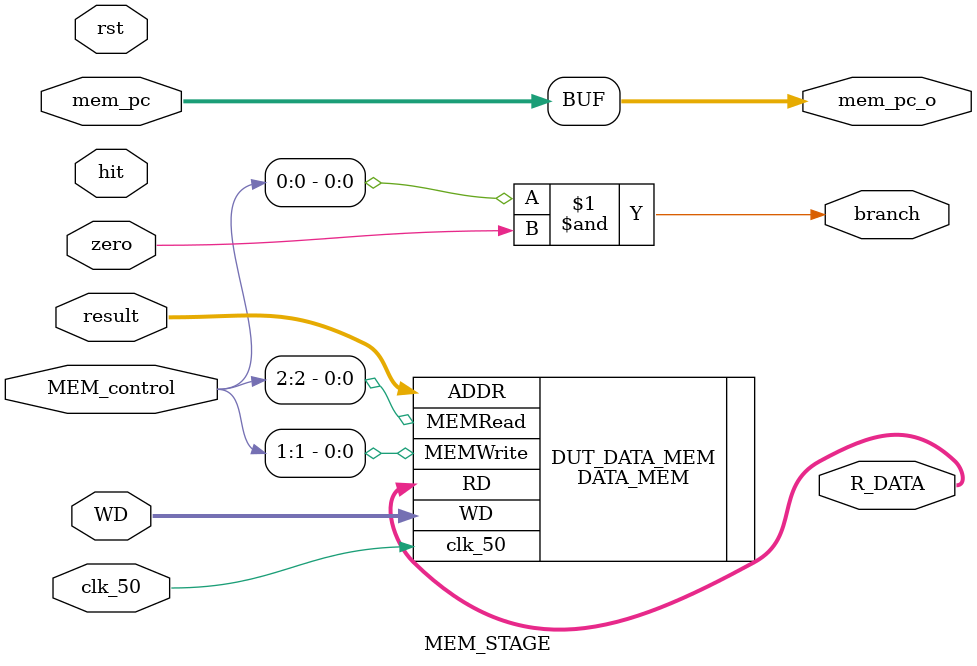
<source format=v>
module MEM_STAGE
(
    input           clk_50              ,
    input           rst                 ,
    input   [4:0]   MEM_control         ,
    input           zero                ,
    input   [31:0]  result              ,
    input   [31:0]  WD                  ,
    input   [31:0]  mem_pc              ,
    input           hit                 ,

    output          branch              ,
    output  [31:0]  R_DATA              ,
    output  [31:0]  mem_pc_o            
);

    assign branch = MEM_control[0] & zero; //& !hit;
    assign mem_pc_o = mem_pc;

    DATA_MEM DUT_DATA_MEM
    (   
        //INPUT
        .clk_50(clk_50)                 ,
        .MEMRead(MEM_control[2])        ,
        .MEMWrite(MEM_control[1])       ,
        .ADDR(result)                   ,
        .WD(WD)                         ,
        
        //OUTPUT        
        .RD(R_DATA)
    );

endmodule
</source>
